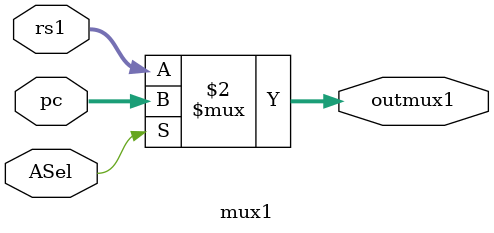
<source format=v>
module mux1(pc, rs1,ASel,outmux1);
parameter	WIDTH_DATA_LENGTH=32;
output		[WIDTH_DATA_LENGTH-1:0]outmux1;
input		[WIDTH_DATA_LENGTH-1:0]pc, rs1;
input		ASel;
assign		outmux1=(ASel==1'b0)? rs1: pc;
endmodule


</source>
